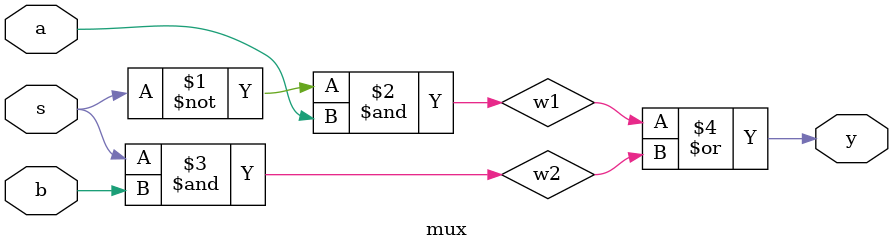
<source format=v>
module mux(input a,b,s , output y);
   assign w1 = (~s) & a;
   assign w2 = s & b;
   assign y = w1 | w2;
endmodule

</source>
